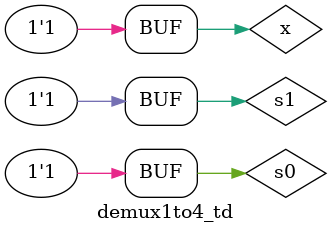
<source format=v>
module demux1to4_dl(din, sel0, sel1, a, b, c, d);
input din, sel0, sel1;
output a, b, c, d;
assign a=(din)&(~sel0)&(~sel1);
assign b=(din)&(~sel0)&(sel1);
assign c=(din)&(sel0)&(~sel1);
assign d=(din)&(sel0)&(sel1);
endmodule

module demux1to4_td;
reg x, s0, s1;
wire w0, w1, w2, w3;
demux1to4_dl mux(x, s0, s1, w0, w1, w2, w3);
initial
begin
    x=1'b1;
    s0=1'b0;
    s1=1'b0;
    $monitor("Time=%0t input=%b a=%b b=%b c=%b d=%b", $time, x, w0, w1, w2, w3);
    #5 x=1'b1; s0=1'b0; s1=1'b1;
    #5 x=1'b1; s0=1'b1; s1=1'b0;
    #5 x=1'b1; s0=1'b1; s1=1'b1;
end
endmodule
</source>
